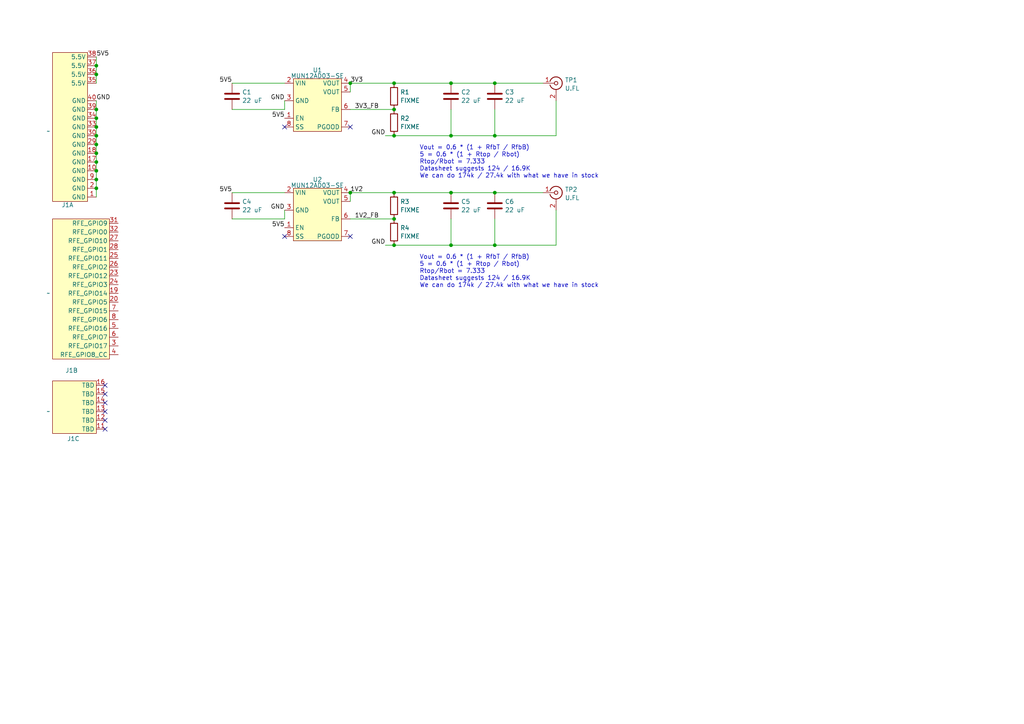
<source format=kicad_sch>
(kicad_sch (version 20231120) (generator "eeschema") (generator_version "8.0")
  (paper "A4")
  (lib_symbols
    (symbol "conn:CONN_COAXIAL" (pin_names (offset 1.016) hide)
      (property "Reference" "J" (at 0.254 3.048 0))
      (property "Value" "CONN_COAXIAL" (at 2.921 0 90))
      (symbol "CONN_COAXIAL_0_1"
        (arc (start -1.778 -0.508) (mid 0.2311 -1.8066) (end 1.778 0) (stroke (width 0.254)))
        (polyline (pts (xy -1.27 0) (xy -0.508 0)))
        (polyline (pts (xy 0 -2.54) (xy 0 -1.778)))
        (circle (center 0 0) (radius 0.508) (stroke (width 0.2032)))
        (arc (start 1.778 0) (mid 0.2099 1.8101) (end -1.778 0.508) (stroke (width 0.254)))
      )
      (symbol "CONN_COAXIAL_1_1"
        (pin passive line (at -3.81 0 0) (length 2.54) (name "In") (number "1"))
        (pin passive line (at 0 -5.08 90) (length 2.54) (name "Ext") (number "2"))
      )
    )
    (symbol "device:C" (pin_numbers hide) (pin_names (offset 0.254))
      (property "Reference" "C" (at 0.635 2.54 0))
      (property "Value" "C" (at 0.635 -2.54 0))
      (symbol "C_0_1"
        (polyline (pts (xy -2.032 -0.762) (xy 2.032 -0.762)) (stroke (width 0.508)))
        (polyline (pts (xy -2.032 0.762) (xy 2.032 0.762)) (stroke (width 0.508)))
      )
      (symbol "C_1_1"
        (pin passive line (at 0 3.81 270) (length 2.794) (name "~") (number "1"))
        (pin passive line (at 0 -3.81 90) (length 2.794) (name "~") (number "2"))
      )
    )
    (symbol "device:R" (pin_numbers hide) (pin_names (offset 0))
      (property "Reference" "R" (at 2.032 0 90))
      (property "Value" "R" (at 0 0 90))
      (symbol "R_0_1"
        (rectangle (start -1.016 -2.54) (end 1.016 2.54) (stroke (width 0.254)))
      )
      (symbol "R_1_1"
        (pin passive line (at 0 3.81 270) (length 1.27) (name "~") (number "1"))
        (pin passive line (at 0 -3.81 90) (length 1.27) (name "~") (number "2"))
      )
    )
    (symbol "power-azonenberg:MUN12AD03-SE"
      (property "Reference" "U" (at 0 -3.048 0))
      (symbol "MUN12AD03-SE_1_1"
        (rectangle (start 0 15.24) (end 13.97 0) (fill (type background)))
        (pin input line (at -2.54 3.81 0) (length 2.54) (name "EN") (number "1"))
        (pin power_in line (at -2.54 13.97 0) (length 2.54) (name "VIN") (number "2"))
        (pin power_in line (at -2.54 8.89 0) (length 2.54) (name "GND") (number "3"))
        (pin power_out line (at 16.51 13.97 180) (length 2.54) (name "VOUT") (number "4"))
        (pin power_in line (at 16.51 11.43 180) (length 2.54) (name "VOUT") (number "5"))
        (pin input line (at 16.51 6.35 180) (length 2.54) (name "FB") (number "6"))
        (pin open_collector line (at 16.51 1.27 180) (length 2.54) (name "PGOOD") (number "7"))
        (pin input line (at -2.54 1.27 0) (length 2.54) (name "SS") (number "8"))
      )
    )
    (symbol "special-azonenberg:LPR_PIN_HEADER"
      (property "Reference" "J" (at 0 -3.556 0))
      (symbol "LPR_PIN_HEADER_1_1"
        (rectangle (start 0 43.18) (end 10.16 0) (fill (type background)))
        (pin power_in line (at -2.54 1.27 0) (length 2.54) (name "GND") (number "1"))
        (pin power_in line (at -2.54 8.89 0) (length 2.54) (name "GND") (number "10"))
        (pin power_in line (at -2.54 11.43 0) (length 2.54) (name "GND") (number "17"))
        (pin power_in line (at -2.54 13.97 0) (length 2.54) (name "GND") (number "18"))
        (pin power_in line (at -2.54 3.81 0) (length 2.54) (name "GND") (number "2"))
        (pin power_in line (at -2.54 16.51 0) (length 2.54) (name "GND") (number "29"))
        (pin power_in line (at -2.54 19.05 0) (length 2.54) (name "GND") (number "30"))
        (pin power_in line (at -2.54 21.59 0) (length 2.54) (name "GND") (number "33"))
        (pin power_in line (at -2.54 24.13 0) (length 2.54) (name "GND") (number "34"))
        (pin power_in line (at -2.54 34.29 0) (length 2.54) (name "5.5V") (number "35"))
        (pin power_in line (at -2.54 36.83 0) (length 2.54) (name "5.5V") (number "36"))
        (pin power_in line (at -2.54 39.37 0) (length 2.54) (name "5.5V") (number "37"))
        (pin power_out line (at -2.54 41.91 0) (length 2.54) (name "5.5V") (number "38"))
        (pin power_in line (at -2.54 26.67 0) (length 2.54) (name "GND") (number "39"))
        (pin power_out line (at -2.54 29.21 0) (length 2.54) (name "GND") (number "40"))
        (pin power_in line (at -2.54 6.35 0) (length 2.54) (name "GND") (number "9"))
      )
      (symbol "LPR_PIN_HEADER_2_1"
        (rectangle (start 0 40.64) (end 16.51 0) (fill (type background)))
        (pin bidirectional line (at -2.54 19.05 0) (length 2.54) (name "RFE_GPIO14") (number "19"))
        (pin bidirectional line (at -2.54 16.51 0) (length 2.54) (name "RFE_GPIO5") (number "20"))
        (pin bidirectional line (at -2.54 24.13 0) (length 2.54) (name "RFE_GPIO12") (number "23"))
        (pin bidirectional line (at -2.54 21.59 0) (length 2.54) (name "RFE_GPIO3") (number "24"))
        (pin bidirectional line (at -2.54 29.21 0) (length 2.54) (name "RFE_GPIO11") (number "25"))
        (pin bidirectional line (at -2.54 26.67 0) (length 2.54) (name "RFE_GPIO2") (number "26"))
        (pin bidirectional line (at -2.54 34.29 0) (length 2.54) (name "RFE_GPIO10") (number "27"))
        (pin bidirectional line (at -2.54 31.75 0) (length 2.54) (name "RFE_GPIO1") (number "28"))
        (pin bidirectional line (at -2.54 3.81 0) (length 2.54) (name "RFE_GPIO17") (number "3"))
        (pin bidirectional line (at -2.54 39.37 0) (length 2.54) (name "RFE_GPIO9") (number "31"))
        (pin bidirectional line (at -2.54 36.83 0) (length 2.54) (name "RFE_GPIO0") (number "32"))
        (pin bidirectional line (at -2.54 1.27 0) (length 2.54) (name "RFE_GPIO8_CC") (number "4"))
        (pin bidirectional line (at -2.54 8.89 0) (length 2.54) (name "RFE_GPIO16") (number "5"))
        (pin bidirectional line (at -2.54 6.35 0) (length 2.54) (name "RFE_GPIO7") (number "6"))
        (pin bidirectional line (at -2.54 13.97 0) (length 2.54) (name "RFE_GPIO15") (number "7"))
        (pin bidirectional line (at -2.54 11.43 0) (length 2.54) (name "RFE_GPIO6") (number "8"))
      )
      (symbol "LPR_PIN_HEADER_3_1"
        (rectangle (start 0 15.24) (end 12.7 0) (fill (type background)))
        (pin bidirectional line (at -2.54 1.27 0) (length 2.54) (name "TBD") (number "11"))
        (pin bidirectional line (at -2.54 3.81 0) (length 2.54) (name "TBD") (number "12"))
        (pin bidirectional line (at -2.54 6.35 0) (length 2.54) (name "TBD") (number "13"))
        (pin bidirectional line (at -2.54 8.89 0) (length 2.54) (name "TBD") (number "14"))
        (pin bidirectional line (at -2.54 11.43 0) (length 2.54) (name "TBD") (number "15"))
        (pin bidirectional line (at -2.54 13.97 0) (length 2.54) (name "TBD") (number "16"))
      )
    )
  )
  (junction (at 27.94 41.91))
  (junction (at 27.94 31.75))
  (junction (at 114.3 71.12))
  (junction (at 27.94 36.83))
  (junction (at 27.94 44.45))
  (junction (at 27.94 19.05))
  (junction (at 143.51 71.12))
  (junction (at 27.94 34.29))
  (junction (at 143.51 39.37))
  (junction (at 27.94 54.61))
  (junction (at 114.3 39.37))
  (junction (at 143.51 24.13))
  (junction (at 101.6 24.13))
  (junction (at 27.94 52.07))
  (junction (at 130.81 39.37))
  (junction (at 114.3 31.75))
  (junction (at 27.94 49.53))
  (junction (at 27.94 21.59))
  (junction (at 27.94 39.37))
  (junction (at 114.3 63.5))
  (junction (at 27.94 46.99))
  (junction (at 130.81 55.88))
  (junction (at 143.51 55.88))
  (junction (at 101.6 55.88))
  (junction (at 114.3 55.88))
  (junction (at 130.81 24.13))
  (junction (at 130.81 71.12))
  (junction (at 114.3 24.13))
  (no_connect (at 30.48 114.3))
  (no_connect (at 30.48 121.92))
  (no_connect (at 30.48 111.76))
  (no_connect (at 30.48 119.38))
  (no_connect (at 82.55 68.58))
  (no_connect (at 30.48 116.84))
  (no_connect (at 101.6 36.83))
  (no_connect (at 82.55 36.83))
  (no_connect (at 101.6 68.58))
  (no_connect (at 30.48 124.46))
  (wire (pts (xy 27.94 19.05) (xy 27.94 21.59)))
  (wire (pts (xy 130.81 71.12) (xy 130.81 63.5)))
  (wire (pts (xy 143.51 31.75) (xy 143.51 39.37)))
  (wire (pts (xy 114.3 71.12) (xy 130.81 71.12)))
  (wire (pts (xy 130.81 24.13) (xy 143.51 24.13)))
  (wire (pts (xy 143.51 63.5) (xy 143.51 71.12)))
  (wire (pts (xy 27.94 44.45) (xy 27.94 46.99)))
  (wire (pts (xy 27.94 31.75) (xy 27.94 34.29)))
  (wire (pts (xy 143.51 39.37) (xy 130.81 39.37)))
  (wire (pts (xy 27.94 36.83) (xy 27.94 39.37)))
  (wire (pts (xy 101.6 55.88) (xy 114.3 55.88)))
  (wire (pts (xy 114.3 55.88) (xy 130.81 55.88)))
  (wire (pts (xy 161.29 71.12) (xy 161.29 60.96)))
  (wire (pts (xy 101.6 24.13) (xy 101.6 26.67)))
  (wire (pts (xy 143.51 55.88) (xy 157.48 55.88)))
  (wire (pts (xy 111.76 39.37) (xy 114.3 39.37)))
  (wire (pts (xy 27.94 52.07) (xy 27.94 54.61)))
  (wire (pts (xy 27.94 21.59) (xy 27.94 24.13)))
  (wire (pts (xy 82.55 63.5) (xy 67.31 63.5)))
  (wire (pts (xy 114.3 39.37) (xy 130.81 39.37)))
  (wire (pts (xy 101.6 24.13) (xy 114.3 24.13)))
  (wire (pts (xy 27.94 16.51) (xy 27.94 19.05)))
  (wire (pts (xy 27.94 39.37) (xy 27.94 41.91)))
  (wire (pts (xy 130.81 39.37) (xy 130.81 31.75)))
  (wire (pts (xy 101.6 63.5) (xy 114.3 63.5)))
  (wire (pts (xy 143.51 71.12) (xy 130.81 71.12)))
  (wire (pts (xy 82.55 29.21) (xy 82.55 31.75)))
  (wire (pts (xy 82.55 31.75) (xy 67.31 31.75)))
  (wire (pts (xy 67.31 24.13) (xy 82.55 24.13)))
  (wire (pts (xy 143.51 24.13) (xy 157.48 24.13)))
  (wire (pts (xy 114.3 24.13) (xy 130.81 24.13)))
  (wire (pts (xy 27.94 34.29) (xy 27.94 36.83)))
  (wire (pts (xy 130.81 55.88) (xy 143.51 55.88)))
  (wire (pts (xy 27.94 54.61) (xy 27.94 57.15)))
  (wire (pts (xy 111.76 71.12) (xy 114.3 71.12)))
  (wire (pts (xy 67.31 55.88) (xy 82.55 55.88)))
  (wire (pts (xy 27.94 46.99) (xy 27.94 49.53)))
  (wire (pts (xy 27.94 49.53) (xy 27.94 52.07)))
  (wire (pts (xy 101.6 31.75) (xy 114.3 31.75)))
  (wire (pts (xy 27.94 29.21) (xy 27.94 31.75)))
  (wire (pts (xy 101.6 55.88) (xy 101.6 58.42)))
  (wire (pts (xy 82.55 60.96) (xy 82.55 63.5)))
  (wire (pts (xy 27.94 41.91) (xy 27.94 44.45)))
  (wire (pts (xy 143.51 71.12) (xy 161.29 71.12)))
  (wire (pts (xy 161.29 39.37) (xy 161.29 29.21)))
  (wire (pts (xy 143.51 39.37) (xy 161.29 39.37)))
  (text "Vout = 0.6 * (1 + RfbT / RfbB)\n5 = 0.6 * (1 + Rtop / Rbot)\nRtop/Rbot = 7.333\nDatasheet suggests 124 / 16.9K\nWe can do 174k / 27.4k with what we have in stock" (at 121.666 78.74 0) (effects (font (size 1.27 1.27)) (justify left)))
  (text "Vout = 0.6 * (1 + RfbT / RfbB)\n5 = 0.6 * (1 + Rtop / Rbot)\nRtop/Rbot = 7.333\nDatasheet suggests 124 / 16.9K\nWe can do 174k / 27.4k with what we have in stock" (at 121.666 46.99 0) (effects (font (size 1.27 1.27)) (justify left)))
  (label "5V5" (at 27.94 16.51 0))
  (label "5V5" (at 67.31 24.13 180))
  (label "GND" (at 27.94 29.21 0))
  (label "GND" (at 82.55 60.96 180))
  (label "3V3_FB" (at 102.87 31.75 0))
  (label "GND" (at 111.76 71.12 180))
  (label "5V5" (at 67.31 55.88 180))
  (label "5V5" (at 82.55 34.29 180))
  (label "1V2_FB" (at 102.87 63.5 0))
  (label "GND" (at 111.76 39.37 180))
  (label "GND" (at 82.55 29.21 180))
  (label "5V5" (at 82.55 66.04 180))
  (label "1V2" (at 101.6 55.88 0))
  (label "3V3" (at 101.6 24.13 0))
  (symbol (lib_id "device:R") (at 114.3 67.31 0) (unit 1)
    (property "Reference" "R4" (at 116.078 66.0978 0) (effects (justify left)))
    (property "Value" "FIXME" (at 116.078 68.5221 0) (effects (justify left)))
    (property "Footprint" "azonenberg_pcb:EIA_0402_RES_NOSILK" (effects (hide yes)))
    (property "Description" "Resistor" (effects (hide yes)))
  )
  (symbol (lib_id "special-azonenberg:LPR_PIN_HEADER") (at 31.75 104.14 0) (mirror y) (unit 2)
    (property "Reference" "J1" (at 22.606 107.442 0) (effects (justify left)))
    (property "Value" "~" (at 14.605 85.0322 0) (effects (justify left)))
  )
  (symbol (lib_id "device:C") (at 143.51 59.69 0) (unit 1)
    (property "Reference" "C6" (at 146.431 58.4778 0) (effects (justify left)))
    (property "Value" "22 uF" (at 146.431 60.9021 0) (effects (justify left)))
    (property "Footprint" "azonenberg_pcb:EIA_1210_CAP_NOSILK" (effects (hide yes)))
    (property "Description" "Unpolarized capacitor" (effects (hide yes)))
  )
  (symbol (lib_id "device:R") (at 114.3 35.56 0) (unit 1)
    (property "Reference" "R2" (at 116.078 34.3478 0) (effects (justify left)))
    (property "Value" "FIXME" (at 116.078 36.7721 0) (effects (justify left)))
    (property "Footprint" "azonenberg_pcb:EIA_0402_RES_NOSILK" (effects (hide yes)))
    (property "Description" "Resistor" (effects (hide yes)))
  )
  (symbol (lib_id "conn:CONN_COAXIAL") (at 161.29 24.13 0) (unit 1)
    (property "Reference" "TP1" (at 163.83 23.211 0) (effects (justify left)))
    (property "Value" "U.FL" (at 163.83 25.6353 0) (effects (justify left)))
    (property "Footprint" "azonenberg_pcb:CONN_U.FL_TE_1909763-1" (effects (hide yes)))
    (property "Description" "coaxial connector (BNC, SMA, SMB, SMC, Cinch/RCA, ...)" (effects (hide yes)))
  )
  (symbol (lib_id "power-azonenberg:MUN12AD03-SE") (at 85.09 69.85 0) (unit 1)
    (property "Reference" "U2" (at 92.075 52.0785 0))
    (property "Value" "MUN12AD03-SE" (at 92.075 53.7599 0))
    (property "Footprint" "azonenberg_pcb:MODULE_CYNTEC_MUN12AD03-SE" (effects (hide yes)))
  )
  (symbol (lib_id "conn:CONN_COAXIAL") (at 161.29 55.88 0) (unit 1)
    (property "Reference" "TP2" (at 163.83 54.961 0) (effects (justify left)))
    (property "Value" "U.FL" (at 163.83 57.3853 0) (effects (justify left)))
    (property "Footprint" "azonenberg_pcb:CONN_U.FL_TE_1909763-1" (effects (hide yes)))
    (property "Description" "coaxial connector (BNC, SMA, SMB, SMC, Cinch/RCA, ...)" (effects (hide yes)))
  )
  (symbol (lib_id "device:C") (at 130.81 59.69 0) (unit 1)
    (property "Reference" "C5" (at 133.731 58.4778 0) (effects (justify left)))
    (property "Value" "22 uF" (at 133.731 60.9021 0) (effects (justify left)))
    (property "Footprint" "azonenberg_pcb:EIA_1210_CAP_NOSILK" (effects (hide yes)))
    (property "Description" "Unpolarized capacitor" (effects (hide yes)))
  )
  (symbol (lib_id "device:C") (at 67.31 27.94 0) (unit 1)
    (property "Reference" "C1" (at 70.231 26.7278 0) (effects (justify left)))
    (property "Value" "22 uF" (at 70.231 29.1521 0) (effects (justify left)))
    (property "Footprint" "azonenberg_pcb:EIA_1812_CAP_NOSILK" (effects (hide yes)))
    (property "Description" "Unpolarized capacitor" (effects (hide yes)))
  )
  (symbol (lib_id "device:R") (at 114.3 27.94 0) (unit 1)
    (property "Reference" "R1" (at 116.078 26.7278 0) (effects (justify left)))
    (property "Value" "FIXME" (at 116.078 29.1521 0) (effects (justify left)))
    (property "Footprint" "azonenberg_pcb:EIA_0402_RES_NOSILK" (effects (hide yes)))
    (property "Description" "Resistor" (effects (hide yes)))
  )
  (symbol (lib_id "device:C") (at 67.31 59.69 0) (unit 1)
    (property "Reference" "C4" (at 70.231 58.4778 0) (effects (justify left)))
    (property "Value" "22 uF" (at 70.231 60.9021 0) (effects (justify left)))
    (property "Footprint" "azonenberg_pcb:EIA_1812_CAP_NOSILK" (effects (hide yes)))
    (property "Description" "Unpolarized capacitor" (effects (hide yes)))
  )
  (symbol (lib_id "device:C") (at 143.51 27.94 0) (unit 1)
    (property "Reference" "C3" (at 146.431 26.7278 0) (effects (justify left)))
    (property "Value" "22 uF" (at 146.431 29.1521 0) (effects (justify left)))
    (property "Footprint" "azonenberg_pcb:EIA_1210_CAP_NOSILK" (effects (hide yes)))
    (property "Description" "Unpolarized capacitor" (effects (hide yes)))
  )
  (symbol (lib_id "power-azonenberg:MUN12AD03-SE") (at 85.09 38.1 0) (unit 1)
    (property "Reference" "U1" (at 92.075 20.3285 0))
    (property "Value" "MUN12AD03-SE" (at 92.075 22.0099 0))
    (property "Footprint" "azonenberg_pcb:MODULE_CYNTEC_MUN12AD03-SE" (effects (hide yes)))
  )
  (symbol (lib_id "device:C") (at 130.81 27.94 0) (unit 1)
    (property "Reference" "C2" (at 133.731 26.7278 0) (effects (justify left)))
    (property "Value" "22 uF" (at 133.731 29.1521 0) (effects (justify left)))
    (property "Footprint" "azonenberg_pcb:EIA_1210_CAP_NOSILK" (effects (hide yes)))
    (property "Description" "Unpolarized capacitor" (effects (hide yes)))
  )
  (symbol (lib_id "special-azonenberg:LPR_PIN_HEADER") (at 25.4 58.42 0) (mirror y) (unit 1)
    (property "Reference" "J1" (at 21.336 59.436 0) (effects (justify left)))
    (property "Value" "~" (at 14.605 38.0422 0) (effects (justify left)))
  )
  (symbol (lib_id "device:R") (at 114.3 59.69 0) (unit 1)
    (property "Reference" "R3" (at 116.078 58.4778 0) (effects (justify left)))
    (property "Value" "FIXME" (at 116.078 60.9021 0) (effects (justify left)))
    (property "Footprint" "azonenberg_pcb:EIA_0402_RES_NOSILK" (effects (hide yes)))
    (property "Description" "Resistor" (effects (hide yes)))
  )
  (symbol (lib_id "special-azonenberg:LPR_PIN_HEADER") (at 27.94 125.73 0) (mirror y) (unit 3)
    (property "Reference" "J1" (at 23.114 127.254 0) (effects (justify left)))
    (property "Value" "~" (at 14.605 119.3222 0) (effects (justify left)))
  )
)
</source>
